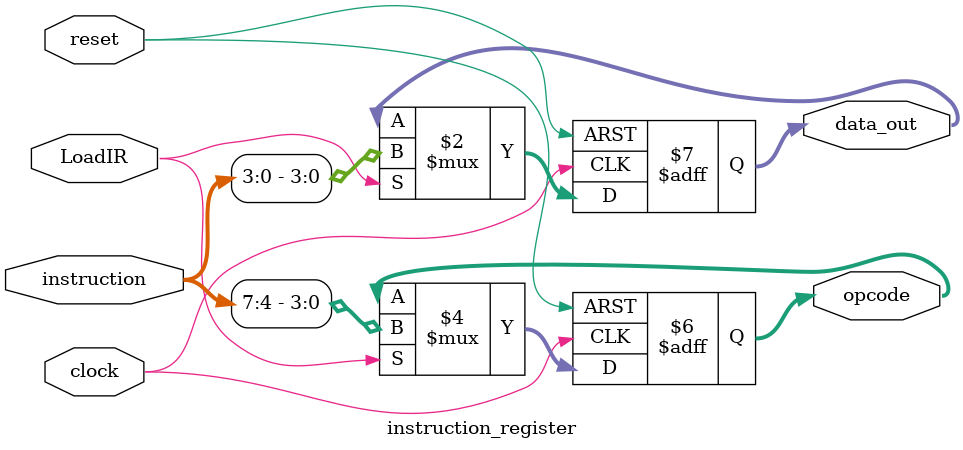
<source format=v>
`timescale 1ns / 1ps

module instruction_register(
    input clock, //! Clock signal (Positive edge triggered).
    input reset, //! Signal to clear and set opcode and data out back to 0.
    input [7:0] instruction, //! Instruction received from memory.
    output reg [3:0] opcode, //! Opcode from the instruction.
    output reg [3:0] data_out, //! Data component from the instruction.
    input LoadIR //! Signal to load and transform instruction into opcode and data components.
    );

    // necessities 
    //input clock;
    //input reset;
    //input LoadIR;

    // non-opcode 4 bits  
    //output reg [3:0] data_out;

    // opcode 
    //output reg [3:0] opcode;

    // if a new instruction is sent to the register 
    always @(posedge clock or posedge reset)
    begin

		// asynchronous active high reset to noop
        if (reset) begin
            opcode <= 4'b0000;
            data_out <= 4'b0000; 

        // if reset is low
        // send opcode to controller
        // send data to instruction registers / immediate
        end
        else if (LoadIR) begin
            #1
            opcode <= instruction[7:4];
            data_out <= instruction[3:0];
        end
        
    end

    //assign opcode = tmp_opcode;
    //assign data_out = tmp_data;


endmodule

</source>
